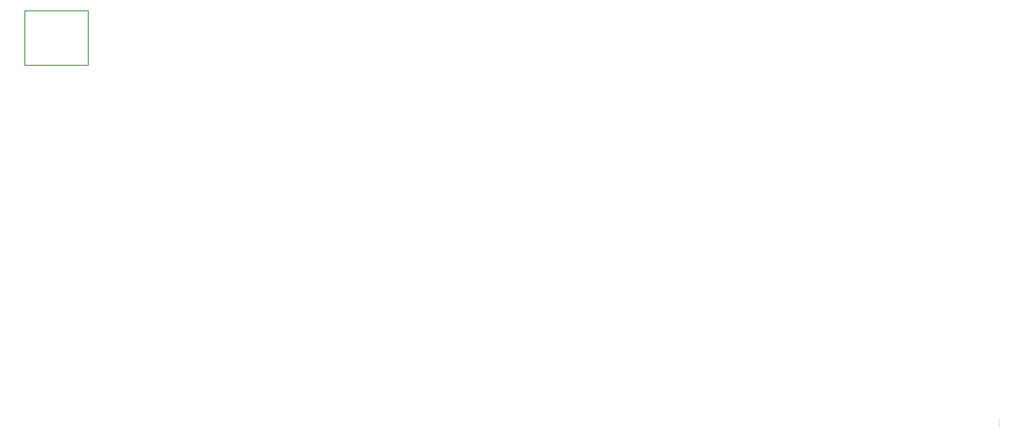
<source format=gm1>
G04*
G04 #@! TF.GenerationSoftware,Altium Limited,Altium Designer,20.2.7 (254)*
G04*
G04 Layer_Color=16711935*
%FSLAX44Y44*%
%MOMM*%
G71*
G04*
G04 #@! TF.SameCoordinates,1E3B47B3-C475-4593-AA8A-A76477CD3576*
G04*
G04*
G04 #@! TF.FilePolarity,Positive*
G04*
G01*
G75*
%ADD60C,1.2000*%
G36*
X13716000Y-4203812D02*
X13713043Y-4204941D01*
Y-4209042D01*
X13716000Y-4210097D01*
Y-4211464D01*
X13706238Y-4207735D01*
Y-4206323D01*
X13716000Y-4202356D01*
Y-4203812D01*
D02*
G37*
G36*
X13713325Y-4212088D02*
X13713444Y-4212103D01*
X13713563Y-4212118D01*
X13713711Y-4212148D01*
X13713860Y-4212192D01*
X13714202Y-4212296D01*
X13714395Y-4212371D01*
X13714573Y-4212475D01*
X13714751Y-4212579D01*
X13714929Y-4212697D01*
X13715109Y-4212846D01*
X13715287Y-4213010D01*
X13715302Y-4213024D01*
X13715331Y-4213054D01*
X13715360Y-4213099D01*
X13715420Y-4213173D01*
X13715494Y-4213262D01*
X13715569Y-4213381D01*
X13715643Y-4213515D01*
X13715718Y-4213648D01*
X13715807Y-4213812D01*
X13715881Y-4213990D01*
X13715955Y-4214183D01*
X13716029Y-4214391D01*
X13716089Y-4214614D01*
X13716118Y-4214852D01*
X13716149Y-4215105D01*
X13716163Y-4215357D01*
Y-4215476D01*
X13716149Y-4215565D01*
X13716133Y-4215684D01*
X13716118Y-4215803D01*
X13716104Y-4215952D01*
X13716074Y-4216100D01*
X13715985Y-4216442D01*
X13715836Y-4216799D01*
X13715762Y-4216977D01*
X13715658Y-4217140D01*
X13715540Y-4217319D01*
X13715405Y-4217482D01*
X13715391Y-4217497D01*
X13715376Y-4217512D01*
X13715331Y-4217556D01*
X13715271Y-4217616D01*
X13715182Y-4217675D01*
X13715093Y-4217750D01*
X13714989Y-4217839D01*
X13714871Y-4217913D01*
X13714573Y-4218091D01*
X13714231Y-4218240D01*
X13713845Y-4218374D01*
X13713638Y-4218418D01*
X13713414Y-4218448D01*
X13713251Y-4217244D01*
X13713265D01*
X13713296Y-4217230D01*
X13713354D01*
X13713414Y-4217200D01*
X13713593Y-4217155D01*
X13713816Y-4217081D01*
X13714053Y-4216992D01*
X13714305Y-4216873D01*
X13714529Y-4216724D01*
X13714722Y-4216561D01*
X13714736Y-4216531D01*
X13714796Y-4216472D01*
X13714856Y-4216368D01*
X13714945Y-4216219D01*
X13715020Y-4216056D01*
X13715093Y-4215847D01*
X13715153Y-4215610D01*
X13715167Y-4215357D01*
Y-4215268D01*
X13715153Y-4215209D01*
X13715138Y-4215060D01*
X13715093Y-4214867D01*
X13715020Y-4214629D01*
X13714929Y-4214391D01*
X13714781Y-4214154D01*
X13714589Y-4213931D01*
X13714558Y-4213901D01*
X13714484Y-4213842D01*
X13714365Y-4213752D01*
X13714187Y-4213634D01*
X13713978Y-4213530D01*
X13713727Y-4213441D01*
X13713444Y-4213381D01*
X13713132Y-4213351D01*
X13713116D01*
X13713102D01*
X13713058D01*
X13712998Y-4213366D01*
X13712849Y-4213381D01*
X13712656Y-4213426D01*
X13712449Y-4213485D01*
X13712211Y-4213589D01*
X13711987Y-4213723D01*
X13711780Y-4213901D01*
X13711750Y-4213931D01*
X13711691Y-4213990D01*
X13711616Y-4214109D01*
X13711512Y-4214272D01*
X13711409Y-4214466D01*
X13711334Y-4214703D01*
X13711274Y-4214956D01*
X13711245Y-4215253D01*
Y-4215387D01*
X13711260Y-4215491D01*
X13711274Y-4215610D01*
X13711289Y-4215758D01*
X13711320Y-4215922D01*
X13711364Y-4216100D01*
X13710309Y-4215966D01*
Y-4215892D01*
X13710323Y-4215833D01*
Y-4215640D01*
X13710309Y-4215506D01*
X13710280Y-4215313D01*
X13710234Y-4215105D01*
X13710160Y-4214882D01*
X13710071Y-4214644D01*
X13709938Y-4214406D01*
X13709922Y-4214377D01*
X13709863Y-4214302D01*
X13709758Y-4214213D01*
X13709625Y-4214094D01*
X13709462Y-4213976D01*
X13709254Y-4213886D01*
X13709001Y-4213812D01*
X13708704Y-4213782D01*
X13708689D01*
X13708674D01*
X13708600D01*
X13708481Y-4213812D01*
X13708318Y-4213842D01*
X13708154Y-4213886D01*
X13707976Y-4213976D01*
X13707783Y-4214079D01*
X13707620Y-4214228D01*
X13707604Y-4214243D01*
X13707545Y-4214302D01*
X13707471Y-4214406D01*
X13707396Y-4214540D01*
X13707307Y-4214703D01*
X13707247Y-4214897D01*
X13707189Y-4215120D01*
X13707173Y-4215372D01*
Y-4215491D01*
X13707203Y-4215625D01*
X13707233Y-4215773D01*
X13707278Y-4215966D01*
X13707367Y-4216160D01*
X13707471Y-4216353D01*
X13707620Y-4216546D01*
X13707634Y-4216561D01*
X13707694Y-4216620D01*
X13707798Y-4216695D01*
X13707946Y-4216784D01*
X13708125Y-4216888D01*
X13708347Y-4216977D01*
X13708615Y-4217066D01*
X13708927Y-4217126D01*
X13708718Y-4218329D01*
X13708704D01*
X13708660Y-4218314D01*
X13708600Y-4218299D01*
X13708525Y-4218285D01*
X13708422Y-4218255D01*
X13708303Y-4218225D01*
X13708035Y-4218121D01*
X13707738Y-4218002D01*
X13707426Y-4217824D01*
X13707129Y-4217616D01*
X13706862Y-4217348D01*
X13706847Y-4217333D01*
X13706832Y-4217319D01*
X13706802Y-4217274D01*
X13706758Y-4217200D01*
X13706713Y-4217126D01*
X13706653Y-4217036D01*
X13706520Y-4216813D01*
X13706401Y-4216531D01*
X13706296Y-4216189D01*
X13706222Y-4215818D01*
X13706193Y-4215610D01*
Y-4215268D01*
X13706207Y-4215120D01*
X13706238Y-4214926D01*
X13706282Y-4214703D01*
X13706342Y-4214451D01*
X13706431Y-4214198D01*
X13706549Y-4213946D01*
Y-4213931D01*
X13706564Y-4213916D01*
X13706609Y-4213827D01*
X13706683Y-4213708D01*
X13706787Y-4213559D01*
X13706921Y-4213396D01*
X13707084Y-4213217D01*
X13707278Y-4213054D01*
X13707485Y-4212906D01*
X13707515Y-4212891D01*
X13707589Y-4212846D01*
X13707709Y-4212787D01*
X13707856Y-4212727D01*
X13708051Y-4212668D01*
X13708258Y-4212608D01*
X13708481Y-4212564D01*
X13708734Y-4212549D01*
X13708763D01*
X13708838D01*
X13708956Y-4212564D01*
X13709105Y-4212593D01*
X13709283Y-4212638D01*
X13709476Y-4212697D01*
X13709685Y-4212772D01*
X13709878Y-4212891D01*
X13709907Y-4212906D01*
X13709967Y-4212950D01*
X13710056Y-4213039D01*
X13710175Y-4213143D01*
X13710309Y-4213292D01*
X13710442Y-4213455D01*
X13710591Y-4213663D01*
X13710710Y-4213901D01*
Y-4213886D01*
X13710725Y-4213857D01*
Y-4213812D01*
X13710754Y-4213752D01*
X13710800Y-4213604D01*
X13710889Y-4213411D01*
X13710992Y-4213203D01*
X13711141Y-4212980D01*
X13711320Y-4212757D01*
X13711542Y-4212564D01*
X13711572Y-4212549D01*
X13711661Y-4212490D01*
X13711794Y-4212415D01*
X13711973Y-4212311D01*
X13712196Y-4212222D01*
X13712463Y-4212148D01*
X13712776Y-4212088D01*
X13713116Y-4212073D01*
X13713132D01*
X13713176D01*
X13713236D01*
X13713325Y-4212088D01*
D02*
G37*
G36*
X13711616Y-4219696D02*
X13711780D01*
X13711973Y-4219711D01*
X13712181Y-4219726D01*
X13712627Y-4219771D01*
X13713087Y-4219830D01*
X13713547Y-4219919D01*
X13713756Y-4219978D01*
X13713964Y-4220038D01*
X13713978D01*
X13714009Y-4220053D01*
X13714069Y-4220068D01*
X13714142Y-4220097D01*
X13714231Y-4220142D01*
X13714320Y-4220186D01*
X13714558Y-4220305D01*
X13714825Y-4220454D01*
X13715093Y-4220632D01*
X13715360Y-4220840D01*
X13715598Y-4221093D01*
Y-4221108D01*
X13715629Y-4221122D01*
X13715643Y-4221167D01*
X13715687Y-4221212D01*
X13715776Y-4221375D01*
X13715881Y-4221568D01*
X13715985Y-4221836D01*
X13716074Y-4222133D01*
X13716133Y-4222475D01*
X13716163Y-4222861D01*
Y-4222995D01*
X13716149Y-4223099D01*
X13716133Y-4223218D01*
X13716104Y-4223351D01*
X13716074Y-4223500D01*
X13716044Y-4223663D01*
X13715925Y-4224020D01*
X13715836Y-4224213D01*
X13715747Y-4224391D01*
X13715629Y-4224585D01*
X13715494Y-4224763D01*
X13715345Y-4224926D01*
X13715167Y-4225090D01*
X13715153Y-4225105D01*
X13715109Y-4225135D01*
X13715034Y-4225179D01*
X13714929Y-4225239D01*
X13714796Y-4225313D01*
X13714633Y-4225387D01*
X13714440Y-4225476D01*
X13714202Y-4225565D01*
X13713949Y-4225655D01*
X13713652Y-4225744D01*
X13713325Y-4225818D01*
X13712969Y-4225892D01*
X13712567Y-4225952D01*
X13712151Y-4225996D01*
X13711676Y-4226026D01*
X13711185Y-4226041D01*
X13711171D01*
X13711111D01*
X13711022D01*
X13710903D01*
X13710754Y-4226026D01*
X13710591D01*
X13710398Y-4226011D01*
X13710189Y-4225996D01*
X13709744Y-4225952D01*
X13709283Y-4225892D01*
X13708823Y-4225818D01*
X13708615Y-4225759D01*
X13708407Y-4225699D01*
X13708392D01*
X13708362Y-4225684D01*
X13708303Y-4225655D01*
X13708229Y-4225625D01*
X13708140Y-4225595D01*
X13708035Y-4225551D01*
X13707798Y-4225432D01*
X13707531Y-4225283D01*
X13707263Y-4225105D01*
X13707010Y-4224897D01*
X13706772Y-4224644D01*
Y-4224629D01*
X13706742Y-4224614D01*
X13706713Y-4224570D01*
X13706683Y-4224510D01*
X13706594Y-4224362D01*
X13706475Y-4224154D01*
X13706371Y-4223901D01*
X13706282Y-4223589D01*
X13706222Y-4223247D01*
X13706193Y-4222861D01*
Y-4222727D01*
X13706207Y-4222579D01*
X13706238Y-4222401D01*
X13706267Y-4222192D01*
X13706327Y-4221955D01*
X13706416Y-4221717D01*
X13706520Y-4221494D01*
X13706534Y-4221464D01*
X13706580Y-4221390D01*
X13706653Y-4221286D01*
X13706742Y-4221137D01*
X13706876Y-4220989D01*
X13707040Y-4220826D01*
X13707218Y-4220662D01*
X13707426Y-4220513D01*
X13707456Y-4220498D01*
X13707531Y-4220454D01*
X13707664Y-4220380D01*
X13707827Y-4220291D01*
X13708035Y-4220201D01*
X13708287Y-4220097D01*
X13708571Y-4219993D01*
X13708882Y-4219904D01*
X13708898D01*
X13708927Y-4219889D01*
X13708971D01*
X13709045Y-4219874D01*
X13709120Y-4219845D01*
X13709224Y-4219830D01*
X13709358Y-4219815D01*
X13709491Y-4219785D01*
X13709655Y-4219771D01*
X13709818Y-4219756D01*
X13710011Y-4219726D01*
X13710220Y-4219711D01*
X13710442Y-4219696D01*
X13710665D01*
X13711185Y-4219681D01*
X13711200D01*
X13711260D01*
X13711349D01*
X13711467D01*
X13711616Y-4219696D01*
D02*
G37*
G36*
X13716000Y-4230305D02*
X13708362D01*
X13708376Y-4230320D01*
X13708436Y-4230380D01*
X13708511Y-4230484D01*
X13708615Y-4230617D01*
X13708749Y-4230781D01*
X13708882Y-4230974D01*
X13709045Y-4231197D01*
X13709194Y-4231450D01*
Y-4231465D01*
X13709209Y-4231479D01*
X13709269Y-4231568D01*
X13709343Y-4231702D01*
X13709432Y-4231866D01*
X13709536Y-4232059D01*
X13709625Y-4232267D01*
X13709729Y-4232490D01*
X13709818Y-4232698D01*
X13708645D01*
Y-4232683D01*
X13708629Y-4232653D01*
X13708600Y-4232594D01*
X13708556Y-4232534D01*
X13708511Y-4232445D01*
X13708467Y-4232341D01*
X13708333Y-4232103D01*
X13708169Y-4231836D01*
X13707976Y-4231539D01*
X13707753Y-4231241D01*
X13707515Y-4230959D01*
X13707500Y-4230944D01*
X13707485Y-4230930D01*
X13707396Y-4230840D01*
X13707263Y-4230706D01*
X13707100Y-4230543D01*
X13706891Y-4230365D01*
X13706669Y-4230186D01*
X13706431Y-4230023D01*
X13706193Y-4229890D01*
Y-4229102D01*
X13716000D01*
Y-4230305D01*
D02*
G37*
G36*
X13713073Y-4238285D02*
X13711869D01*
Y-4234615D01*
X13713073D01*
Y-4238285D01*
D02*
G37*
G36*
X13716000Y-4240172D02*
X13713043Y-4241301D01*
Y-4245402D01*
X13716000Y-4246457D01*
Y-4247809D01*
Y-4249265D01*
X13713043Y-4250395D01*
Y-4254496D01*
X13716000Y-4255551D01*
Y-4256918D01*
X13706238Y-4253188D01*
Y-4251777D01*
X13715980Y-4247817D01*
X13706238Y-4244095D01*
Y-4242683D01*
X13716000Y-4238716D01*
Y-4240172D01*
D02*
G37*
G36*
Y-4260603D02*
X13708362D01*
X13708376Y-4260618D01*
X13708436Y-4260677D01*
X13708511Y-4260781D01*
X13708615Y-4260915D01*
X13708749Y-4261078D01*
X13708882Y-4261272D01*
X13709045Y-4261494D01*
X13709194Y-4261747D01*
Y-4261762D01*
X13709209Y-4261777D01*
X13709269Y-4261866D01*
X13709343Y-4262000D01*
X13709432Y-4262163D01*
X13709536Y-4262356D01*
X13709625Y-4262564D01*
X13709729Y-4262787D01*
X13709818Y-4262995D01*
X13708645D01*
Y-4262980D01*
X13708629Y-4262951D01*
X13708600Y-4262891D01*
X13708556Y-4262832D01*
X13708511Y-4262743D01*
X13708467Y-4262639D01*
X13708333Y-4262401D01*
X13708169Y-4262133D01*
X13707976Y-4261836D01*
X13707753Y-4261539D01*
X13707515Y-4261257D01*
X13707500Y-4261242D01*
X13707485Y-4261227D01*
X13707396Y-4261138D01*
X13707263Y-4261004D01*
X13707100Y-4260841D01*
X13706891Y-4260662D01*
X13706669Y-4260484D01*
X13706431Y-4260321D01*
X13706193Y-4260187D01*
Y-4259399D01*
X13716000D01*
Y-4260603D01*
D02*
G37*
G36*
X13713073Y-4268582D02*
X13711869D01*
Y-4264912D01*
X13713073D01*
Y-4268582D01*
D02*
G37*
G36*
X13713533Y-4269756D02*
X13713727Y-4269786D01*
X13713949Y-4269830D01*
X13714202Y-4269919D01*
X13714469Y-4270023D01*
X13714722Y-4270172D01*
X13714751Y-4270187D01*
X13714841Y-4270261D01*
X13714960Y-4270350D01*
X13715109Y-4270499D01*
X13715287Y-4270677D01*
X13715465Y-4270900D01*
X13715629Y-4271168D01*
X13715791Y-4271465D01*
Y-4271480D01*
X13715807Y-4271509D01*
X13715822Y-4271554D01*
X13715851Y-4271613D01*
X13715881Y-4271688D01*
X13715911Y-4271777D01*
X13715970Y-4272014D01*
X13716044Y-4272282D01*
X13716104Y-4272609D01*
X13716149Y-4272951D01*
X13716163Y-4273337D01*
Y-4273560D01*
X13716149Y-4273664D01*
Y-4273798D01*
X13716133Y-4273946D01*
X13716118Y-4274110D01*
X13716074Y-4274452D01*
X13716000Y-4274823D01*
X13715911Y-4275194D01*
X13715791Y-4275551D01*
Y-4275566D01*
X13715776Y-4275596D01*
X13715747Y-4275640D01*
X13715718Y-4275700D01*
X13715629Y-4275863D01*
X13715494Y-4276056D01*
X13715331Y-4276294D01*
X13715138Y-4276517D01*
X13714900Y-4276754D01*
X13714633Y-4276963D01*
X13714618D01*
X13714603Y-4276978D01*
X13714558Y-4277007D01*
X13714498Y-4277037D01*
X13714425Y-4277082D01*
X13714336Y-4277126D01*
X13714113Y-4277215D01*
X13713860Y-4277304D01*
X13713547Y-4277393D01*
X13713221Y-4277453D01*
X13712865Y-4277483D01*
X13712760Y-4276264D01*
X13712776D01*
X13712791D01*
X13712880Y-4276249D01*
X13713013Y-4276220D01*
X13713191Y-4276190D01*
X13713385Y-4276131D01*
X13713593Y-4276071D01*
X13713785Y-4275982D01*
X13713978Y-4275878D01*
X13713994Y-4275863D01*
X13714053Y-4275818D01*
X13714142Y-4275744D01*
X13714247Y-4275625D01*
X13714365Y-4275492D01*
X13714498Y-4275328D01*
X13714618Y-4275120D01*
X13714736Y-4274897D01*
Y-4274883D01*
X13714751Y-4274868D01*
X13714781Y-4274778D01*
X13714825Y-4274645D01*
X13714871Y-4274452D01*
X13714929Y-4274243D01*
X13714974Y-4273976D01*
X13715004Y-4273694D01*
X13715020Y-4273397D01*
Y-4273278D01*
X13715004Y-4273129D01*
X13714989Y-4272966D01*
X13714974Y-4272758D01*
X13714929Y-4272549D01*
X13714885Y-4272327D01*
X13714811Y-4272104D01*
X13714796Y-4272074D01*
X13714767Y-4272014D01*
X13714722Y-4271911D01*
X13714647Y-4271792D01*
X13714558Y-4271643D01*
X13714454Y-4271509D01*
X13714336Y-4271376D01*
X13714202Y-4271257D01*
X13714187Y-4271242D01*
X13714127Y-4271212D01*
X13714053Y-4271168D01*
X13713949Y-4271108D01*
X13713831Y-4271064D01*
X13713682Y-4271019D01*
X13713533Y-4270989D01*
X13713369Y-4270974D01*
X13713354D01*
X13713296D01*
X13713207Y-4270989D01*
X13713102Y-4271004D01*
X13712969Y-4271034D01*
X13712834Y-4271093D01*
X13712701Y-4271153D01*
X13712567Y-4271242D01*
X13712552Y-4271257D01*
X13712507Y-4271287D01*
X13712449Y-4271361D01*
X13712360Y-4271450D01*
X13712271Y-4271569D01*
X13712181Y-4271718D01*
X13712076Y-4271911D01*
X13711987Y-4272119D01*
X13711973Y-4272133D01*
X13711958Y-4272193D01*
X13711929Y-4272312D01*
X13711898Y-4272386D01*
X13711869Y-4272475D01*
X13711840Y-4272594D01*
X13711809Y-4272713D01*
X13711765Y-4272862D01*
X13711720Y-4273010D01*
X13711676Y-4273188D01*
X13711631Y-4273397D01*
X13711572Y-4273619D01*
X13711512Y-4273857D01*
Y-4273872D01*
X13711498Y-4273917D01*
X13711482Y-4273991D01*
X13711453Y-4274080D01*
X13711423Y-4274184D01*
X13711393Y-4274303D01*
X13711320Y-4274585D01*
X13711215Y-4274897D01*
X13711111Y-4275209D01*
X13711007Y-4275492D01*
X13710962Y-4275625D01*
X13710903Y-4275729D01*
Y-4275744D01*
X13710889Y-4275759D01*
X13710829Y-4275848D01*
X13710754Y-4275967D01*
X13710651Y-4276116D01*
X13710516Y-4276294D01*
X13710369Y-4276458D01*
X13710189Y-4276621D01*
X13709996Y-4276769D01*
X13709967Y-4276784D01*
X13709893Y-4276829D01*
X13709789Y-4276873D01*
X13709640Y-4276933D01*
X13709462Y-4277007D01*
X13709254Y-4277052D01*
X13709016Y-4277096D01*
X13708778Y-4277111D01*
X13708763D01*
X13708749D01*
X13708704D01*
X13708645D01*
X13708511Y-4277082D01*
X13708333Y-4277052D01*
X13708109Y-4277007D01*
X13707887Y-4276933D01*
X13707634Y-4276829D01*
X13707396Y-4276695D01*
X13707382D01*
X13707367Y-4276680D01*
X13707292Y-4276621D01*
X13707173Y-4276517D01*
X13707025Y-4276383D01*
X13706876Y-4276220D01*
X13706713Y-4276012D01*
X13706549Y-4275759D01*
X13706416Y-4275477D01*
Y-4275462D01*
X13706401Y-4275447D01*
X13706385Y-4275403D01*
X13706356Y-4275328D01*
X13706342Y-4275254D01*
X13706311Y-4275165D01*
X13706238Y-4274957D01*
X13706178Y-4274689D01*
X13706133Y-4274392D01*
X13706089Y-4274050D01*
X13706074Y-4273694D01*
Y-4273515D01*
X13706089Y-4273411D01*
Y-4273307D01*
X13706118Y-4273055D01*
X13706163Y-4272758D01*
X13706222Y-4272431D01*
X13706311Y-4272104D01*
X13706431Y-4271792D01*
Y-4271777D01*
X13706445Y-4271762D01*
X13706460Y-4271718D01*
X13706490Y-4271658D01*
X13706580Y-4271509D01*
X13706683Y-4271316D01*
X13706832Y-4271108D01*
X13707010Y-4270900D01*
X13707218Y-4270692D01*
X13707456Y-4270514D01*
X13707485Y-4270499D01*
X13707574Y-4270439D01*
X13707723Y-4270365D01*
X13707902Y-4270291D01*
X13708125Y-4270202D01*
X13708392Y-4270113D01*
X13708674Y-4270053D01*
X13708986Y-4270023D01*
X13709076Y-4271257D01*
X13709060D01*
X13709031D01*
X13708986Y-4271272D01*
X13708927Y-4271287D01*
X13708763Y-4271316D01*
X13708556Y-4271376D01*
X13708333Y-4271465D01*
X13708109Y-4271584D01*
X13707887Y-4271747D01*
X13707694Y-4271940D01*
X13707678Y-4271970D01*
X13707620Y-4272044D01*
X13707545Y-4272178D01*
X13707456Y-4272356D01*
X13707367Y-4272594D01*
X13707292Y-4272891D01*
X13707233Y-4273233D01*
X13707218Y-4273634D01*
Y-4273828D01*
X13707233Y-4273917D01*
Y-4274035D01*
X13707278Y-4274288D01*
X13707322Y-4274570D01*
X13707396Y-4274853D01*
X13707500Y-4275120D01*
X13707574Y-4275239D01*
X13707649Y-4275343D01*
X13707664Y-4275358D01*
X13707723Y-4275417D01*
X13707812Y-4275507D01*
X13707946Y-4275596D01*
X13708094Y-4275700D01*
X13708273Y-4275774D01*
X13708467Y-4275833D01*
X13708689Y-4275863D01*
X13708718D01*
X13708778D01*
X13708882Y-4275848D01*
X13709001Y-4275818D01*
X13709135Y-4275774D01*
X13709283Y-4275700D01*
X13709417Y-4275610D01*
X13709551Y-4275492D01*
X13709565Y-4275477D01*
X13709611Y-4275403D01*
X13709640Y-4275358D01*
X13709685Y-4275298D01*
X13709714Y-4275209D01*
X13709758Y-4275105D01*
X13709818Y-4274986D01*
X13709878Y-4274853D01*
X13709922Y-4274704D01*
X13709982Y-4274526D01*
X13710056Y-4274318D01*
X13710116Y-4274095D01*
X13710175Y-4273842D01*
X13710249Y-4273560D01*
Y-4273545D01*
X13710264Y-4273486D01*
X13710280Y-4273411D01*
X13710309Y-4273307D01*
X13710338Y-4273174D01*
X13710383Y-4273025D01*
X13710458Y-4272698D01*
X13710562Y-4272342D01*
X13710665Y-4271985D01*
X13710710Y-4271807D01*
X13710769Y-4271658D01*
X13710829Y-4271509D01*
X13710873Y-4271390D01*
Y-4271376D01*
X13710889Y-4271346D01*
X13710918Y-4271316D01*
X13710947Y-4271257D01*
X13711036Y-4271108D01*
X13711141Y-4270915D01*
X13711289Y-4270707D01*
X13711467Y-4270499D01*
X13711661Y-4270306D01*
X13711869Y-4270143D01*
X13711898Y-4270128D01*
X13711973Y-4270083D01*
X13712092Y-4270009D01*
X13712271Y-4269934D01*
X13712463Y-4269860D01*
X13712701Y-4269786D01*
X13712969Y-4269741D01*
X13713251Y-4269726D01*
X13713265D01*
X13713280D01*
X13713325D01*
X13713385D01*
X13713533Y-4269756D01*
D02*
G37*
G36*
X13711378Y-4278716D02*
X13711572D01*
X13711765Y-4278731D01*
X13711987Y-4278746D01*
X13712463Y-4278805D01*
X13712969Y-4278879D01*
X13713458Y-4278983D01*
X13713682Y-4279043D01*
X13713905Y-4279117D01*
X13713920D01*
X13713949Y-4279132D01*
X13714009Y-4279162D01*
X13714083Y-4279192D01*
X13714187Y-4279236D01*
X13714291Y-4279281D01*
X13714529Y-4279414D01*
X13714811Y-4279593D01*
X13715093Y-4279801D01*
X13715360Y-4280038D01*
X13715598Y-4280321D01*
Y-4280336D01*
X13715629Y-4280351D01*
X13715643Y-4280395D01*
X13715687Y-4280469D01*
X13715732Y-4280544D01*
X13715776Y-4280633D01*
X13715881Y-4280856D01*
X13715985Y-4281138D01*
X13716074Y-4281450D01*
X13716133Y-4281822D01*
X13716163Y-4282208D01*
Y-4282312D01*
X13716149Y-4282401D01*
Y-4282490D01*
X13716133Y-4282609D01*
X13716089Y-4282877D01*
X13716014Y-4283174D01*
X13715896Y-4283486D01*
X13715747Y-4283783D01*
X13715540Y-4284080D01*
X13715524Y-4284095D01*
X13715509Y-4284110D01*
X13715420Y-4284199D01*
X13715271Y-4284318D01*
X13715078Y-4284467D01*
X13714825Y-4284615D01*
X13714514Y-4284749D01*
X13714158Y-4284868D01*
X13713741Y-4284942D01*
X13713652Y-4283798D01*
X13713667D01*
X13713682D01*
X13713727Y-4283783D01*
X13713785Y-4283768D01*
X13713934Y-4283738D01*
X13714098Y-4283679D01*
X13714291Y-4283605D01*
X13714484Y-4283516D01*
X13714678Y-4283397D01*
X13714825Y-4283248D01*
X13714841Y-4283233D01*
X13714885Y-4283174D01*
X13714945Y-4283085D01*
X13715004Y-4282951D01*
X13715063Y-4282802D01*
X13715123Y-4282624D01*
X13715167Y-4282416D01*
X13715182Y-4282178D01*
Y-4282089D01*
X13715167Y-4281985D01*
X13715153Y-4281851D01*
X13715123Y-4281703D01*
X13715078Y-4281539D01*
X13715020Y-4281376D01*
X13714929Y-4281212D01*
X13714915Y-4281198D01*
X13714885Y-4281138D01*
X13714825Y-4281064D01*
X13714751Y-4280975D01*
X13714662Y-4280856D01*
X13714543Y-4280752D01*
X13714410Y-4280633D01*
X13714261Y-4280529D01*
X13714247Y-4280514D01*
X13714187Y-4280484D01*
X13714083Y-4280440D01*
X13713949Y-4280365D01*
X13713785Y-4280306D01*
X13713593Y-4280232D01*
X13713369Y-4280157D01*
X13713116Y-4280083D01*
X13713102D01*
X13713087Y-4280068D01*
X13713043D01*
X13712998Y-4280053D01*
X13712849Y-4280023D01*
X13712656Y-4279994D01*
X13712434Y-4279964D01*
X13712196Y-4279934D01*
X13711929Y-4279905D01*
X13711646D01*
X13711631D01*
X13711587D01*
X13711512D01*
X13711409D01*
X13711438Y-4279920D01*
X13711498Y-4279979D01*
X13711616Y-4280053D01*
X13711735Y-4280172D01*
X13711884Y-4280306D01*
X13712047Y-4280484D01*
X13712196Y-4280677D01*
X13712345Y-4280900D01*
X13712360Y-4280930D01*
X13712404Y-4281004D01*
X13712449Y-4281138D01*
X13712507Y-4281302D01*
X13712582Y-4281495D01*
X13712627Y-4281718D01*
X13712671Y-4281970D01*
X13712686Y-4282238D01*
Y-4282357D01*
X13712671Y-4282446D01*
X13712656Y-4282550D01*
X13712642Y-4282668D01*
X13712582Y-4282951D01*
X13712478Y-4283278D01*
X13712404Y-4283441D01*
X13712314Y-4283619D01*
X13712211Y-4283783D01*
X13712092Y-4283961D01*
X13711958Y-4284125D01*
X13711809Y-4284288D01*
X13711794Y-4284303D01*
X13711765Y-4284318D01*
X13711720Y-4284362D01*
X13711646Y-4284422D01*
X13711556Y-4284481D01*
X13711453Y-4284556D01*
X13711334Y-4284630D01*
X13711185Y-4284704D01*
X13711036Y-4284778D01*
X13710858Y-4284853D01*
X13710665Y-4284927D01*
X13710458Y-4284987D01*
X13710234Y-4285046D01*
X13710011Y-4285091D01*
X13709758Y-4285105D01*
X13709491Y-4285120D01*
X13709476D01*
X13709432D01*
X13709343D01*
X13709238Y-4285105D01*
X13709120Y-4285091D01*
X13708971Y-4285076D01*
X13708807Y-4285046D01*
X13708629Y-4285016D01*
X13708258Y-4284912D01*
X13708051Y-4284838D01*
X13707856Y-4284749D01*
X13707649Y-4284660D01*
X13707456Y-4284541D01*
X13707278Y-4284407D01*
X13707100Y-4284258D01*
X13707084Y-4284243D01*
X13707054Y-4284214D01*
X13707010Y-4284169D01*
X13706951Y-4284095D01*
X13706891Y-4284021D01*
X13706816Y-4283917D01*
X13706727Y-4283798D01*
X13706638Y-4283649D01*
X13706564Y-4283501D01*
X13706475Y-4283337D01*
X13706327Y-4282966D01*
X13706282Y-4282758D01*
X13706238Y-4282535D01*
X13706207Y-4282297D01*
X13706193Y-4282059D01*
Y-4281970D01*
X13706207Y-4281896D01*
Y-4281822D01*
X13706222Y-4281718D01*
X13706252Y-4281480D01*
X13706327Y-4281212D01*
X13706416Y-4280930D01*
X13706534Y-4280618D01*
X13706713Y-4280321D01*
Y-4280306D01*
X13706742Y-4280291D01*
X13706772Y-4280247D01*
X13706802Y-4280187D01*
X13706921Y-4280053D01*
X13707084Y-4279875D01*
X13707307Y-4279682D01*
X13707545Y-4279474D01*
X13707842Y-4279281D01*
X13708184Y-4279117D01*
X13708198D01*
X13708229Y-4279102D01*
X13708287Y-4279073D01*
X13708362Y-4279058D01*
X13708451Y-4279013D01*
X13708571Y-4278983D01*
X13708718Y-4278954D01*
X13708882Y-4278909D01*
X13709060Y-4278865D01*
X13709269Y-4278835D01*
X13709491Y-4278790D01*
X13709729Y-4278761D01*
X13709996Y-4278746D01*
X13710280Y-4278716D01*
X13710591Y-4278701D01*
X13710918D01*
X13710933D01*
X13711007D01*
X13711096D01*
X13711230D01*
X13711378Y-4278716D01*
D02*
G37*
G36*
X13713667Y-4287661D02*
X13716000D01*
Y-4288865D01*
X13713667D01*
Y-4293099D01*
X13712567D01*
X13706252Y-4288642D01*
Y-4287661D01*
X13712567D01*
Y-4286339D01*
X13713667D01*
Y-4287661D01*
D02*
G37*
G36*
X13712924Y-4293828D02*
X13713043Y-4293842D01*
X13713176Y-4293857D01*
X13713325Y-4293872D01*
X13713489Y-4293902D01*
X13713845Y-4294006D01*
X13714216Y-4294140D01*
X13714425Y-4294229D01*
X13714618Y-4294333D01*
X13714811Y-4294452D01*
X13714989Y-4294585D01*
X13715004Y-4294600D01*
X13715034Y-4294630D01*
X13715093Y-4294690D01*
X13715167Y-4294764D01*
X13715256Y-4294853D01*
X13715360Y-4294972D01*
X13715465Y-4295106D01*
X13715569Y-4295269D01*
X13715687Y-4295432D01*
X13715791Y-4295626D01*
X13715896Y-4295848D01*
X13715985Y-4296071D01*
X13716060Y-4296324D01*
X13716118Y-4296577D01*
X13716149Y-4296859D01*
X13716163Y-4297156D01*
Y-4297290D01*
X13716149Y-4297379D01*
X13716133Y-4297483D01*
X13716118Y-4297617D01*
X13716104Y-4297765D01*
X13716074Y-4297929D01*
X13715985Y-4298271D01*
X13715851Y-4298627D01*
X13715762Y-4298806D01*
X13715658Y-4298984D01*
X13715554Y-4299162D01*
X13715420Y-4299326D01*
X13715405Y-4299340D01*
X13715391Y-4299355D01*
X13715345Y-4299400D01*
X13715287Y-4299459D01*
X13715212Y-4299519D01*
X13715123Y-4299593D01*
X13715020Y-4299667D01*
X13714900Y-4299756D01*
X13714618Y-4299920D01*
X13714276Y-4300083D01*
X13713889Y-4300202D01*
X13713667Y-4300247D01*
X13713444Y-4300276D01*
X13713354Y-4299013D01*
X13713369D01*
X13713400D01*
X13713444Y-4298999D01*
X13713503Y-4298984D01*
X13713667Y-4298939D01*
X13713875Y-4298880D01*
X13714098Y-4298806D01*
X13714320Y-4298687D01*
X13714543Y-4298553D01*
X13714736Y-4298375D01*
X13714751Y-4298345D01*
X13714811Y-4298285D01*
X13714871Y-4298181D01*
X13714960Y-4298033D01*
X13715034Y-4297854D01*
X13715109Y-4297646D01*
X13715167Y-4297409D01*
X13715182Y-4297156D01*
Y-4297067D01*
X13715167Y-4297007D01*
X13715153Y-4296844D01*
X13715109Y-4296636D01*
X13715020Y-4296413D01*
X13714915Y-4296161D01*
X13714751Y-4295923D01*
X13714662Y-4295804D01*
X13714543Y-4295685D01*
X13714529D01*
X13714514Y-4295655D01*
X13714425Y-4295596D01*
X13714276Y-4295492D01*
X13714083Y-4295388D01*
X13713831Y-4295284D01*
X13713533Y-4295180D01*
X13713191Y-4295121D01*
X13712805Y-4295091D01*
X13712791D01*
X13712760D01*
X13712701D01*
X13712642Y-4295106D01*
X13712552D01*
X13712449Y-4295121D01*
X13712211Y-4295165D01*
X13711958Y-4295224D01*
X13711691Y-4295328D01*
X13711423Y-4295477D01*
X13711185Y-4295670D01*
X13711156Y-4295700D01*
X13711096Y-4295774D01*
X13710992Y-4295893D01*
X13710889Y-4296071D01*
X13710784Y-4296279D01*
X13710680Y-4296547D01*
X13710620Y-4296844D01*
X13710591Y-4297171D01*
Y-4297275D01*
X13710605Y-4297379D01*
X13710620Y-4297527D01*
X13710665Y-4297691D01*
X13710710Y-4297869D01*
X13710784Y-4298047D01*
X13710873Y-4298226D01*
X13710889Y-4298241D01*
X13710918Y-4298300D01*
X13710978Y-4298389D01*
X13711051Y-4298493D01*
X13711156Y-4298597D01*
X13711274Y-4298716D01*
X13711409Y-4298835D01*
X13711556Y-4298939D01*
X13711393Y-4300068D01*
X13706385Y-4299117D01*
Y-4294273D01*
X13707531D01*
Y-4298167D01*
X13710160Y-4298701D01*
X13710145Y-4298687D01*
X13710131Y-4298657D01*
X13710100Y-4298612D01*
X13710056Y-4298553D01*
X13710011Y-4298464D01*
X13709967Y-4298375D01*
X13709847Y-4298137D01*
X13709729Y-4297869D01*
X13709640Y-4297557D01*
X13709565Y-4297216D01*
X13709536Y-4296859D01*
Y-4296740D01*
X13709551Y-4296651D01*
X13709565Y-4296532D01*
X13709580Y-4296413D01*
X13709611Y-4296265D01*
X13709640Y-4296116D01*
X13709758Y-4295774D01*
X13709818Y-4295596D01*
X13709907Y-4295417D01*
X13710011Y-4295224D01*
X13710131Y-4295046D01*
X13710264Y-4294868D01*
X13710427Y-4294704D01*
X13710442Y-4294690D01*
X13710472Y-4294660D01*
X13710516Y-4294615D01*
X13710591Y-4294571D01*
X13710680Y-4294496D01*
X13710784Y-4294422D01*
X13710903Y-4294348D01*
X13711036Y-4294258D01*
X13711200Y-4294169D01*
X13711364Y-4294095D01*
X13711556Y-4294021D01*
X13711750Y-4293947D01*
X13711973Y-4293902D01*
X13712196Y-4293857D01*
X13712449Y-4293828D01*
X13712701Y-4293813D01*
X13712716D01*
X13712760D01*
X13712834D01*
X13712924Y-4293828D01*
D02*
G37*
G36*
X13713325Y-4301480D02*
X13713444Y-4301495D01*
X13713563Y-4301510D01*
X13713711Y-4301540D01*
X13713860Y-4301584D01*
X13714202Y-4301688D01*
X13714395Y-4301762D01*
X13714573Y-4301866D01*
X13714751Y-4301971D01*
X13714929Y-4302089D01*
X13715109Y-4302238D01*
X13715287Y-4302401D01*
X13715302Y-4302416D01*
X13715331Y-4302446D01*
X13715360Y-4302491D01*
X13715420Y-4302565D01*
X13715494Y-4302654D01*
X13715569Y-4302773D01*
X13715643Y-4302906D01*
X13715718Y-4303040D01*
X13715807Y-4303204D01*
X13715881Y-4303382D01*
X13715955Y-4303575D01*
X13716029Y-4303783D01*
X13716089Y-4304006D01*
X13716118Y-4304244D01*
X13716149Y-4304496D01*
X13716163Y-4304749D01*
Y-4304868D01*
X13716149Y-4304957D01*
X13716133Y-4305076D01*
X13716118Y-4305195D01*
X13716104Y-4305343D01*
X13716074Y-4305492D01*
X13715985Y-4305834D01*
X13715836Y-4306190D01*
X13715762Y-4306369D01*
X13715658Y-4306532D01*
X13715540Y-4306711D01*
X13715405Y-4306874D01*
X13715391Y-4306889D01*
X13715376Y-4306904D01*
X13715331Y-4306948D01*
X13715271Y-4307008D01*
X13715182Y-4307067D01*
X13715093Y-4307141D01*
X13714989Y-4307231D01*
X13714871Y-4307305D01*
X13714573Y-4307483D01*
X13714231Y-4307632D01*
X13713845Y-4307766D01*
X13713638Y-4307810D01*
X13713414Y-4307840D01*
X13713251Y-4306636D01*
X13713265D01*
X13713296Y-4306621D01*
X13713354D01*
X13713414Y-4306591D01*
X13713593Y-4306547D01*
X13713816Y-4306472D01*
X13714053Y-4306383D01*
X13714305Y-4306265D01*
X13714529Y-4306116D01*
X13714722Y-4305952D01*
X13714736Y-4305923D01*
X13714796Y-4305863D01*
X13714856Y-4305759D01*
X13714945Y-4305611D01*
X13715020Y-4305447D01*
X13715093Y-4305239D01*
X13715153Y-4305002D01*
X13715167Y-4304749D01*
Y-4304660D01*
X13715153Y-4304601D01*
X13715138Y-4304452D01*
X13715093Y-4304259D01*
X13715020Y-4304021D01*
X13714929Y-4303783D01*
X13714781Y-4303546D01*
X13714589Y-4303322D01*
X13714558Y-4303293D01*
X13714484Y-4303233D01*
X13714365Y-4303144D01*
X13714187Y-4303026D01*
X13713978Y-4302921D01*
X13713727Y-4302832D01*
X13713444Y-4302773D01*
X13713132Y-4302743D01*
X13713116D01*
X13713102D01*
X13713058D01*
X13712998Y-4302758D01*
X13712849Y-4302773D01*
X13712656Y-4302817D01*
X13712449Y-4302877D01*
X13712211Y-4302981D01*
X13711987Y-4303115D01*
X13711780Y-4303293D01*
X13711750Y-4303322D01*
X13711691Y-4303382D01*
X13711616Y-4303501D01*
X13711512Y-4303664D01*
X13711409Y-4303857D01*
X13711334Y-4304095D01*
X13711274Y-4304348D01*
X13711245Y-4304645D01*
Y-4304779D01*
X13711260Y-4304883D01*
X13711274Y-4305002D01*
X13711289Y-4305150D01*
X13711320Y-4305314D01*
X13711364Y-4305492D01*
X13710309Y-4305358D01*
Y-4305284D01*
X13710323Y-4305225D01*
Y-4305031D01*
X13710309Y-4304897D01*
X13710280Y-4304704D01*
X13710234Y-4304496D01*
X13710160Y-4304273D01*
X13710071Y-4304036D01*
X13709938Y-4303798D01*
X13709922Y-4303768D01*
X13709863Y-4303694D01*
X13709758Y-4303605D01*
X13709625Y-4303486D01*
X13709462Y-4303367D01*
X13709254Y-4303278D01*
X13709001Y-4303204D01*
X13708704Y-4303174D01*
X13708689D01*
X13708674D01*
X13708600D01*
X13708481Y-4303204D01*
X13708318Y-4303233D01*
X13708154Y-4303278D01*
X13707976Y-4303367D01*
X13707783Y-4303471D01*
X13707620Y-4303620D01*
X13707604Y-4303635D01*
X13707545Y-4303694D01*
X13707471Y-4303798D01*
X13707396Y-4303932D01*
X13707307Y-4304095D01*
X13707247Y-4304288D01*
X13707189Y-4304511D01*
X13707173Y-4304764D01*
Y-4304883D01*
X13707203Y-4305016D01*
X13707233Y-4305165D01*
X13707278Y-4305358D01*
X13707367Y-4305551D01*
X13707471Y-4305745D01*
X13707620Y-4305938D01*
X13707634Y-4305952D01*
X13707694Y-4306012D01*
X13707798Y-4306086D01*
X13707946Y-4306176D01*
X13708125Y-4306280D01*
X13708347Y-4306369D01*
X13708615Y-4306458D01*
X13708927Y-4306517D01*
X13708718Y-4307721D01*
X13708704D01*
X13708660Y-4307706D01*
X13708600Y-4307691D01*
X13708525Y-4307676D01*
X13708422Y-4307646D01*
X13708303Y-4307617D01*
X13708035Y-4307513D01*
X13707738Y-4307394D01*
X13707426Y-4307216D01*
X13707129Y-4307008D01*
X13706862Y-4306740D01*
X13706847Y-4306725D01*
X13706832Y-4306711D01*
X13706802Y-4306666D01*
X13706758Y-4306591D01*
X13706713Y-4306517D01*
X13706653Y-4306428D01*
X13706520Y-4306205D01*
X13706401Y-4305923D01*
X13706296Y-4305581D01*
X13706222Y-4305210D01*
X13706193Y-4305002D01*
Y-4304660D01*
X13706207Y-4304511D01*
X13706238Y-4304318D01*
X13706282Y-4304095D01*
X13706342Y-4303842D01*
X13706431Y-4303590D01*
X13706549Y-4303337D01*
Y-4303322D01*
X13706564Y-4303308D01*
X13706609Y-4303218D01*
X13706683Y-4303100D01*
X13706787Y-4302951D01*
X13706921Y-4302787D01*
X13707084Y-4302609D01*
X13707278Y-4302446D01*
X13707485Y-4302297D01*
X13707515Y-4302282D01*
X13707589Y-4302238D01*
X13707709Y-4302178D01*
X13707856Y-4302119D01*
X13708051Y-4302060D01*
X13708258Y-4302000D01*
X13708481Y-4301956D01*
X13708734Y-4301941D01*
X13708763D01*
X13708838D01*
X13708956Y-4301956D01*
X13709105Y-4301985D01*
X13709283Y-4302030D01*
X13709476Y-4302089D01*
X13709685Y-4302163D01*
X13709878Y-4302282D01*
X13709907Y-4302297D01*
X13709967Y-4302342D01*
X13710056Y-4302431D01*
X13710175Y-4302535D01*
X13710309Y-4302684D01*
X13710442Y-4302847D01*
X13710591Y-4303055D01*
X13710710Y-4303293D01*
Y-4303278D01*
X13710725Y-4303248D01*
Y-4303204D01*
X13710754Y-4303144D01*
X13710800Y-4302996D01*
X13710889Y-4302802D01*
X13710992Y-4302594D01*
X13711141Y-4302372D01*
X13711320Y-4302149D01*
X13711542Y-4301956D01*
X13711572Y-4301941D01*
X13711661Y-4301881D01*
X13711794Y-4301807D01*
X13711973Y-4301703D01*
X13712196Y-4301614D01*
X13712463Y-4301540D01*
X13712776Y-4301480D01*
X13713116Y-4301465D01*
X13713132D01*
X13713176D01*
X13713236D01*
X13713325Y-4301480D01*
D02*
G37*
%LPC*%
G36*
X13711987Y-4205357D02*
X13709298Y-4206367D01*
X13709283D01*
X13709238Y-4206382D01*
X13709180Y-4206412D01*
X13709091Y-4206442D01*
X13708986Y-4206487D01*
X13708867Y-4206531D01*
X13708585Y-4206620D01*
X13708258Y-4206739D01*
X13707916Y-4206858D01*
X13707574Y-4206962D01*
X13707247Y-4207066D01*
X13707263D01*
X13707292Y-4207081D01*
X13707336D01*
X13707411Y-4207096D01*
X13707500Y-4207126D01*
X13707604Y-4207155D01*
X13707842Y-4207214D01*
X13708140Y-4207289D01*
X13708451Y-4207378D01*
X13708793Y-4207482D01*
X13709135Y-4207601D01*
X13711987Y-4208671D01*
Y-4205357D01*
D02*
G37*
G36*
X13711616Y-4220915D02*
X13711185D01*
X13711156D01*
X13711082D01*
X13710962D01*
X13710800Y-4220929D01*
X13710605D01*
X13710383Y-4220944D01*
X13710145Y-4220959D01*
X13709878Y-4220989D01*
X13709343Y-4221048D01*
X13708823Y-4221152D01*
X13708571Y-4221212D01*
X13708347Y-4221286D01*
X13708154Y-4221375D01*
X13707991Y-4221479D01*
X13707976D01*
X13707961Y-4221509D01*
X13707872Y-4221583D01*
X13707738Y-4221702D01*
X13707589Y-4221866D01*
X13707441Y-4222073D01*
X13707307Y-4222311D01*
X13707218Y-4222579D01*
X13707203Y-4222727D01*
X13707189Y-4222876D01*
Y-4222950D01*
X13707203Y-4223010D01*
X13707218Y-4223158D01*
X13707278Y-4223351D01*
X13707367Y-4223559D01*
X13707485Y-4223782D01*
X13707664Y-4224005D01*
X13707783Y-4224109D01*
X13707902Y-4224198D01*
X13707916D01*
X13707946Y-4224228D01*
X13708005Y-4224258D01*
X13708080Y-4224287D01*
X13708184Y-4224332D01*
X13708303Y-4224391D01*
X13708467Y-4224451D01*
X13708645Y-4224496D01*
X13708853Y-4224555D01*
X13709091Y-4224614D01*
X13709358Y-4224659D01*
X13709669Y-4224718D01*
X13709996Y-4224748D01*
X13710353Y-4224778D01*
X13710754Y-4224808D01*
X13711185D01*
X13711215D01*
X13711289D01*
X13711409D01*
X13711572Y-4224793D01*
X13711765D01*
X13711987Y-4224778D01*
X13712240Y-4224763D01*
X13712493Y-4224733D01*
X13713027Y-4224674D01*
X13713563Y-4224570D01*
X13713800Y-4224510D01*
X13714023Y-4224436D01*
X13714231Y-4224347D01*
X13714395Y-4224258D01*
X13714410D01*
X13714425Y-4224228D01*
X13714514Y-4224154D01*
X13714647Y-4224035D01*
X13714781Y-4223871D01*
X13714929Y-4223663D01*
X13715063Y-4223426D01*
X13715153Y-4223158D01*
X13715167Y-4223010D01*
X13715182Y-4222861D01*
Y-4222787D01*
X13715167Y-4222727D01*
X13715138Y-4222579D01*
X13715078Y-4222386D01*
X13714989Y-4222163D01*
X13714856Y-4221940D01*
X13714767Y-4221821D01*
X13714647Y-4221702D01*
X13714529Y-4221583D01*
X13714395Y-4221479D01*
X13714380D01*
X13714351Y-4221449D01*
X13714305Y-4221420D01*
X13714231Y-4221390D01*
X13714142Y-4221346D01*
X13714009Y-4221301D01*
X13713860Y-4221256D01*
X13713696Y-4221197D01*
X13713489Y-4221137D01*
X13713265Y-4221093D01*
X13712998Y-4221048D01*
X13712701Y-4221004D01*
X13712374Y-4220959D01*
X13712018Y-4220944D01*
X13711616Y-4220915D01*
D02*
G37*
G36*
X13711987Y-4241717D02*
X13709298Y-4242727D01*
X13709283D01*
X13709238Y-4242742D01*
X13709180Y-4242772D01*
X13709091Y-4242802D01*
X13708986Y-4242846D01*
X13708867Y-4242891D01*
X13708585Y-4242980D01*
X13708258Y-4243099D01*
X13707916Y-4243218D01*
X13707574Y-4243322D01*
X13707247Y-4243426D01*
X13707263D01*
X13707292Y-4243441D01*
X13707336D01*
X13707411Y-4243456D01*
X13707500Y-4243485D01*
X13707604Y-4243515D01*
X13707842Y-4243575D01*
X13708140Y-4243649D01*
X13708451Y-4243738D01*
X13708793Y-4243842D01*
X13709135Y-4243961D01*
X13711987Y-4245031D01*
Y-4241717D01*
D02*
G37*
G36*
Y-4250811D02*
X13709298Y-4251821D01*
X13709283D01*
X13709238Y-4251836D01*
X13709180Y-4251866D01*
X13709091Y-4251895D01*
X13708986Y-4251940D01*
X13708867Y-4251985D01*
X13708585Y-4252074D01*
X13708258Y-4252193D01*
X13707916Y-4252312D01*
X13707574Y-4252415D01*
X13707247Y-4252520D01*
X13707263D01*
X13707292Y-4252534D01*
X13707336D01*
X13707411Y-4252549D01*
X13707500Y-4252579D01*
X13707604Y-4252609D01*
X13707842Y-4252668D01*
X13708140Y-4252743D01*
X13708451Y-4252832D01*
X13708793Y-4252936D01*
X13709135Y-4253055D01*
X13711987Y-4254124D01*
Y-4250811D01*
D02*
G37*
G36*
X13709447Y-4280038D02*
X13709432D01*
X13709402D01*
X13709343D01*
X13709269Y-4280053D01*
X13709180D01*
X13709091Y-4280068D01*
X13708853Y-4280113D01*
X13708585Y-4280172D01*
X13708318Y-4280276D01*
X13708051Y-4280410D01*
X13707798Y-4280588D01*
X13707767Y-4280618D01*
X13707709Y-4280692D01*
X13707604Y-4280796D01*
X13707485Y-4280960D01*
X13707382Y-4281153D01*
X13707278Y-4281376D01*
X13707218Y-4281628D01*
X13707189Y-4281911D01*
Y-4281985D01*
X13707203Y-4282044D01*
X13707218Y-4282193D01*
X13707263Y-4282386D01*
X13707352Y-4282609D01*
X13707471Y-4282832D01*
X13707620Y-4283070D01*
X13707723Y-4283188D01*
X13707842Y-4283307D01*
X13707872Y-4283337D01*
X13707961Y-4283397D01*
X13708109Y-4283486D01*
X13708303Y-4283590D01*
X13708540Y-4283709D01*
X13708838Y-4283798D01*
X13709165Y-4283857D01*
X13709536Y-4283887D01*
X13709551D01*
X13709580D01*
X13709625D01*
X13709685Y-4283872D01*
X13709863Y-4283857D01*
X13710071Y-4283813D01*
X13710323Y-4283753D01*
X13710576Y-4283649D01*
X13710814Y-4283516D01*
X13711051Y-4283337D01*
X13711082Y-4283307D01*
X13711141Y-4283233D01*
X13711230Y-4283114D01*
X13711334Y-4282951D01*
X13711453Y-4282743D01*
X13711542Y-4282505D01*
X13711602Y-4282238D01*
X13711631Y-4281940D01*
Y-4281866D01*
X13711616Y-4281807D01*
X13711602Y-4281658D01*
X13711556Y-4281465D01*
X13711482Y-4281257D01*
X13711393Y-4281019D01*
X13711245Y-4280796D01*
X13711051Y-4280588D01*
X13711022Y-4280558D01*
X13710947Y-4280499D01*
X13710814Y-4280410D01*
X13710636Y-4280306D01*
X13710398Y-4280217D01*
X13710131Y-4280128D01*
X13709803Y-4280068D01*
X13709447Y-4280038D01*
D02*
G37*
G36*
X13712567Y-4288865D02*
X13708198D01*
X13712567Y-4291926D01*
Y-4288865D01*
D02*
G37*
%LPD*%
D60*
X859790Y457200D02*
Y1176020D01*
X1696720D01*
Y457200D02*
Y1176020D01*
X859790Y457200D02*
X1696720D01*
M02*

</source>
